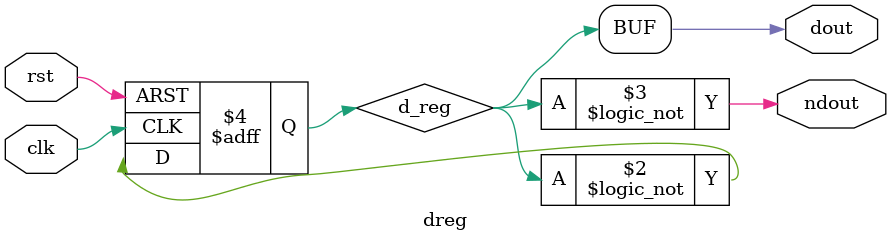
<source format=v>
`timescale 1ns / 1ps

module dreg(
	clk,
	rst,
	dout,
	ndout
);
    
    input clk;
	input rst;
	output dout;
	output ndout;
	
	reg d_reg;
	
	always @(posedge clk, posedge rst) begin
		if (rst) begin
			d_reg <= 'd0;
		end
		else begin
			d_reg <= !d_reg;
		end
	end
	
	assign dout = d_reg;
	assign ndout = !d_reg;
	
endmodule

</source>
